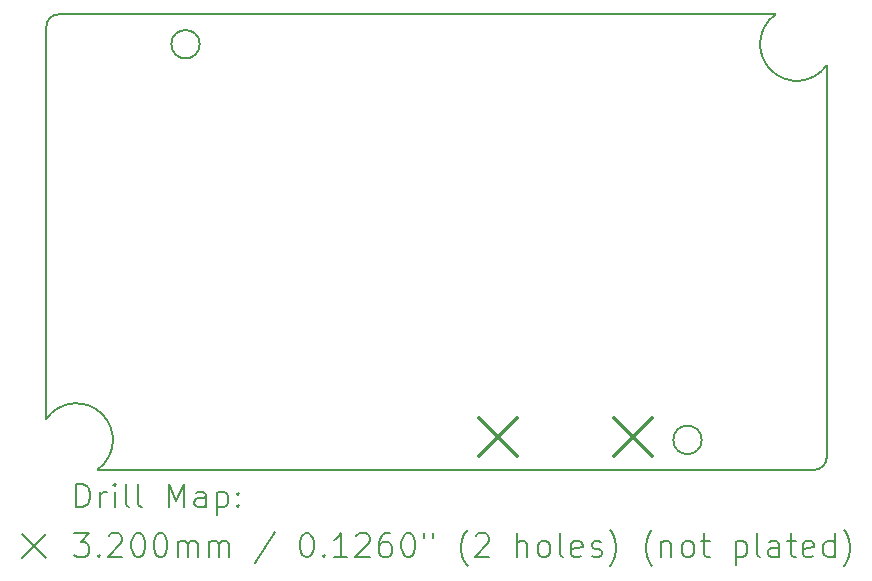
<source format=gbr>
%TF.GenerationSoftware,KiCad,Pcbnew,7.99.0-1900-g89780d353a*%
%TF.CreationDate,2023-08-02T11:36:21+03:00*%
%TF.ProjectId,RP2040_minimal,52503230-3430-45f6-9d69-6e696d616c2e,REV1*%
%TF.SameCoordinates,Original*%
%TF.FileFunction,Drillmap*%
%TF.FilePolarity,Positive*%
%FSLAX45Y45*%
G04 Gerber Fmt 4.5, Leading zero omitted, Abs format (unit mm)*
G04 Created by KiCad (PCBNEW 7.99.0-1900-g89780d353a) date 2023-08-02 11:36:21*
%MOMM*%
%LPD*%
G01*
G04 APERTURE LIST*
%ADD10C,0.150000*%
%ADD11C,0.200000*%
%ADD12C,0.320000*%
G04 APERTURE END LIST*
D10*
X19894050Y-11068750D02*
G75*
G03*
X19994050Y-10968749I0J100000D01*
G01*
X19994050Y-7646390D02*
X19994050Y-10968749D01*
X14686673Y-7466373D02*
G75*
G03*
X14686673Y-7466373I-120000J0D01*
G01*
X18936674Y-10816373D02*
G75*
G03*
X18936674Y-10816373I-120000J0D01*
G01*
X19561659Y-7214001D02*
G75*
G03*
X19994050Y-7646390I180011J-252379D01*
G01*
X13489297Y-7213997D02*
X19561656Y-7213997D01*
X13821694Y-11068753D02*
G75*
G03*
X13389297Y-10636355I-180024J252373D01*
G01*
X19894050Y-11068749D02*
X13821691Y-11068749D01*
X13489297Y-7213997D02*
G75*
G03*
X13389297Y-7313997I3J-100003D01*
G01*
X13389297Y-10636355D02*
X13389297Y-7313997D01*
D11*
D12*
X17051350Y-10632240D02*
X17371350Y-10952240D01*
X17371350Y-10632240D02*
X17051350Y-10952240D01*
X18194350Y-10632240D02*
X18514350Y-10952240D01*
X18514350Y-10632240D02*
X18194350Y-10952240D01*
D11*
X13642574Y-11387733D02*
X13642574Y-11187733D01*
X13642574Y-11187733D02*
X13690193Y-11187733D01*
X13690193Y-11187733D02*
X13718765Y-11197257D01*
X13718765Y-11197257D02*
X13737812Y-11216305D01*
X13737812Y-11216305D02*
X13747336Y-11235352D01*
X13747336Y-11235352D02*
X13756860Y-11273448D01*
X13756860Y-11273448D02*
X13756860Y-11302019D01*
X13756860Y-11302019D02*
X13747336Y-11340114D01*
X13747336Y-11340114D02*
X13737812Y-11359162D01*
X13737812Y-11359162D02*
X13718765Y-11378210D01*
X13718765Y-11378210D02*
X13690193Y-11387733D01*
X13690193Y-11387733D02*
X13642574Y-11387733D01*
X13842574Y-11387733D02*
X13842574Y-11254400D01*
X13842574Y-11292495D02*
X13852098Y-11273448D01*
X13852098Y-11273448D02*
X13861622Y-11263924D01*
X13861622Y-11263924D02*
X13880669Y-11254400D01*
X13880669Y-11254400D02*
X13899717Y-11254400D01*
X13966384Y-11387733D02*
X13966384Y-11254400D01*
X13966384Y-11187733D02*
X13956860Y-11197257D01*
X13956860Y-11197257D02*
X13966384Y-11206781D01*
X13966384Y-11206781D02*
X13975908Y-11197257D01*
X13975908Y-11197257D02*
X13966384Y-11187733D01*
X13966384Y-11187733D02*
X13966384Y-11206781D01*
X14090193Y-11387733D02*
X14071146Y-11378210D01*
X14071146Y-11378210D02*
X14061622Y-11359162D01*
X14061622Y-11359162D02*
X14061622Y-11187733D01*
X14194955Y-11387733D02*
X14175908Y-11378210D01*
X14175908Y-11378210D02*
X14166384Y-11359162D01*
X14166384Y-11359162D02*
X14166384Y-11187733D01*
X14423527Y-11387733D02*
X14423527Y-11187733D01*
X14423527Y-11187733D02*
X14490193Y-11330590D01*
X14490193Y-11330590D02*
X14556860Y-11187733D01*
X14556860Y-11187733D02*
X14556860Y-11387733D01*
X14737812Y-11387733D02*
X14737812Y-11282971D01*
X14737812Y-11282971D02*
X14728289Y-11263924D01*
X14728289Y-11263924D02*
X14709241Y-11254400D01*
X14709241Y-11254400D02*
X14671146Y-11254400D01*
X14671146Y-11254400D02*
X14652098Y-11263924D01*
X14737812Y-11378210D02*
X14718765Y-11387733D01*
X14718765Y-11387733D02*
X14671146Y-11387733D01*
X14671146Y-11387733D02*
X14652098Y-11378210D01*
X14652098Y-11378210D02*
X14642574Y-11359162D01*
X14642574Y-11359162D02*
X14642574Y-11340114D01*
X14642574Y-11340114D02*
X14652098Y-11321067D01*
X14652098Y-11321067D02*
X14671146Y-11311543D01*
X14671146Y-11311543D02*
X14718765Y-11311543D01*
X14718765Y-11311543D02*
X14737812Y-11302019D01*
X14833050Y-11254400D02*
X14833050Y-11454400D01*
X14833050Y-11263924D02*
X14852098Y-11254400D01*
X14852098Y-11254400D02*
X14890193Y-11254400D01*
X14890193Y-11254400D02*
X14909241Y-11263924D01*
X14909241Y-11263924D02*
X14918765Y-11273448D01*
X14918765Y-11273448D02*
X14928289Y-11292495D01*
X14928289Y-11292495D02*
X14928289Y-11349638D01*
X14928289Y-11349638D02*
X14918765Y-11368686D01*
X14918765Y-11368686D02*
X14909241Y-11378210D01*
X14909241Y-11378210D02*
X14890193Y-11387733D01*
X14890193Y-11387733D02*
X14852098Y-11387733D01*
X14852098Y-11387733D02*
X14833050Y-11378210D01*
X15014003Y-11368686D02*
X15023527Y-11378210D01*
X15023527Y-11378210D02*
X15014003Y-11387733D01*
X15014003Y-11387733D02*
X15004479Y-11378210D01*
X15004479Y-11378210D02*
X15014003Y-11368686D01*
X15014003Y-11368686D02*
X15014003Y-11387733D01*
X15014003Y-11263924D02*
X15023527Y-11273448D01*
X15023527Y-11273448D02*
X15014003Y-11282971D01*
X15014003Y-11282971D02*
X15004479Y-11273448D01*
X15004479Y-11273448D02*
X15014003Y-11263924D01*
X15014003Y-11263924D02*
X15014003Y-11282971D01*
X13181797Y-11616250D02*
X13381797Y-11816250D01*
X13381797Y-11616250D02*
X13181797Y-11816250D01*
X13623527Y-11607733D02*
X13747336Y-11607733D01*
X13747336Y-11607733D02*
X13680669Y-11683924D01*
X13680669Y-11683924D02*
X13709241Y-11683924D01*
X13709241Y-11683924D02*
X13728289Y-11693448D01*
X13728289Y-11693448D02*
X13737812Y-11702971D01*
X13737812Y-11702971D02*
X13747336Y-11722019D01*
X13747336Y-11722019D02*
X13747336Y-11769638D01*
X13747336Y-11769638D02*
X13737812Y-11788686D01*
X13737812Y-11788686D02*
X13728289Y-11798210D01*
X13728289Y-11798210D02*
X13709241Y-11807733D01*
X13709241Y-11807733D02*
X13652098Y-11807733D01*
X13652098Y-11807733D02*
X13633050Y-11798210D01*
X13633050Y-11798210D02*
X13623527Y-11788686D01*
X13833050Y-11788686D02*
X13842574Y-11798210D01*
X13842574Y-11798210D02*
X13833050Y-11807733D01*
X13833050Y-11807733D02*
X13823527Y-11798210D01*
X13823527Y-11798210D02*
X13833050Y-11788686D01*
X13833050Y-11788686D02*
X13833050Y-11807733D01*
X13918765Y-11626781D02*
X13928289Y-11617257D01*
X13928289Y-11617257D02*
X13947336Y-11607733D01*
X13947336Y-11607733D02*
X13994955Y-11607733D01*
X13994955Y-11607733D02*
X14014003Y-11617257D01*
X14014003Y-11617257D02*
X14023527Y-11626781D01*
X14023527Y-11626781D02*
X14033050Y-11645829D01*
X14033050Y-11645829D02*
X14033050Y-11664876D01*
X14033050Y-11664876D02*
X14023527Y-11693448D01*
X14023527Y-11693448D02*
X13909241Y-11807733D01*
X13909241Y-11807733D02*
X14033050Y-11807733D01*
X14156860Y-11607733D02*
X14175908Y-11607733D01*
X14175908Y-11607733D02*
X14194955Y-11617257D01*
X14194955Y-11617257D02*
X14204479Y-11626781D01*
X14204479Y-11626781D02*
X14214003Y-11645829D01*
X14214003Y-11645829D02*
X14223527Y-11683924D01*
X14223527Y-11683924D02*
X14223527Y-11731543D01*
X14223527Y-11731543D02*
X14214003Y-11769638D01*
X14214003Y-11769638D02*
X14204479Y-11788686D01*
X14204479Y-11788686D02*
X14194955Y-11798210D01*
X14194955Y-11798210D02*
X14175908Y-11807733D01*
X14175908Y-11807733D02*
X14156860Y-11807733D01*
X14156860Y-11807733D02*
X14137812Y-11798210D01*
X14137812Y-11798210D02*
X14128289Y-11788686D01*
X14128289Y-11788686D02*
X14118765Y-11769638D01*
X14118765Y-11769638D02*
X14109241Y-11731543D01*
X14109241Y-11731543D02*
X14109241Y-11683924D01*
X14109241Y-11683924D02*
X14118765Y-11645829D01*
X14118765Y-11645829D02*
X14128289Y-11626781D01*
X14128289Y-11626781D02*
X14137812Y-11617257D01*
X14137812Y-11617257D02*
X14156860Y-11607733D01*
X14347336Y-11607733D02*
X14366384Y-11607733D01*
X14366384Y-11607733D02*
X14385431Y-11617257D01*
X14385431Y-11617257D02*
X14394955Y-11626781D01*
X14394955Y-11626781D02*
X14404479Y-11645829D01*
X14404479Y-11645829D02*
X14414003Y-11683924D01*
X14414003Y-11683924D02*
X14414003Y-11731543D01*
X14414003Y-11731543D02*
X14404479Y-11769638D01*
X14404479Y-11769638D02*
X14394955Y-11788686D01*
X14394955Y-11788686D02*
X14385431Y-11798210D01*
X14385431Y-11798210D02*
X14366384Y-11807733D01*
X14366384Y-11807733D02*
X14347336Y-11807733D01*
X14347336Y-11807733D02*
X14328289Y-11798210D01*
X14328289Y-11798210D02*
X14318765Y-11788686D01*
X14318765Y-11788686D02*
X14309241Y-11769638D01*
X14309241Y-11769638D02*
X14299717Y-11731543D01*
X14299717Y-11731543D02*
X14299717Y-11683924D01*
X14299717Y-11683924D02*
X14309241Y-11645829D01*
X14309241Y-11645829D02*
X14318765Y-11626781D01*
X14318765Y-11626781D02*
X14328289Y-11617257D01*
X14328289Y-11617257D02*
X14347336Y-11607733D01*
X14499717Y-11807733D02*
X14499717Y-11674400D01*
X14499717Y-11693448D02*
X14509241Y-11683924D01*
X14509241Y-11683924D02*
X14528289Y-11674400D01*
X14528289Y-11674400D02*
X14556860Y-11674400D01*
X14556860Y-11674400D02*
X14575908Y-11683924D01*
X14575908Y-11683924D02*
X14585431Y-11702971D01*
X14585431Y-11702971D02*
X14585431Y-11807733D01*
X14585431Y-11702971D02*
X14594955Y-11683924D01*
X14594955Y-11683924D02*
X14614003Y-11674400D01*
X14614003Y-11674400D02*
X14642574Y-11674400D01*
X14642574Y-11674400D02*
X14661622Y-11683924D01*
X14661622Y-11683924D02*
X14671146Y-11702971D01*
X14671146Y-11702971D02*
X14671146Y-11807733D01*
X14766384Y-11807733D02*
X14766384Y-11674400D01*
X14766384Y-11693448D02*
X14775908Y-11683924D01*
X14775908Y-11683924D02*
X14794955Y-11674400D01*
X14794955Y-11674400D02*
X14823527Y-11674400D01*
X14823527Y-11674400D02*
X14842574Y-11683924D01*
X14842574Y-11683924D02*
X14852098Y-11702971D01*
X14852098Y-11702971D02*
X14852098Y-11807733D01*
X14852098Y-11702971D02*
X14861622Y-11683924D01*
X14861622Y-11683924D02*
X14880670Y-11674400D01*
X14880670Y-11674400D02*
X14909241Y-11674400D01*
X14909241Y-11674400D02*
X14928289Y-11683924D01*
X14928289Y-11683924D02*
X14937812Y-11702971D01*
X14937812Y-11702971D02*
X14937812Y-11807733D01*
X15328289Y-11598210D02*
X15156860Y-11855352D01*
X15585432Y-11607733D02*
X15604479Y-11607733D01*
X15604479Y-11607733D02*
X15623527Y-11617257D01*
X15623527Y-11617257D02*
X15633051Y-11626781D01*
X15633051Y-11626781D02*
X15642574Y-11645829D01*
X15642574Y-11645829D02*
X15652098Y-11683924D01*
X15652098Y-11683924D02*
X15652098Y-11731543D01*
X15652098Y-11731543D02*
X15642574Y-11769638D01*
X15642574Y-11769638D02*
X15633051Y-11788686D01*
X15633051Y-11788686D02*
X15623527Y-11798210D01*
X15623527Y-11798210D02*
X15604479Y-11807733D01*
X15604479Y-11807733D02*
X15585432Y-11807733D01*
X15585432Y-11807733D02*
X15566384Y-11798210D01*
X15566384Y-11798210D02*
X15556860Y-11788686D01*
X15556860Y-11788686D02*
X15547336Y-11769638D01*
X15547336Y-11769638D02*
X15537813Y-11731543D01*
X15537813Y-11731543D02*
X15537813Y-11683924D01*
X15537813Y-11683924D02*
X15547336Y-11645829D01*
X15547336Y-11645829D02*
X15556860Y-11626781D01*
X15556860Y-11626781D02*
X15566384Y-11617257D01*
X15566384Y-11617257D02*
X15585432Y-11607733D01*
X15737813Y-11788686D02*
X15747336Y-11798210D01*
X15747336Y-11798210D02*
X15737813Y-11807733D01*
X15737813Y-11807733D02*
X15728289Y-11798210D01*
X15728289Y-11798210D02*
X15737813Y-11788686D01*
X15737813Y-11788686D02*
X15737813Y-11807733D01*
X15937813Y-11807733D02*
X15823527Y-11807733D01*
X15880670Y-11807733D02*
X15880670Y-11607733D01*
X15880670Y-11607733D02*
X15861622Y-11636305D01*
X15861622Y-11636305D02*
X15842574Y-11655352D01*
X15842574Y-11655352D02*
X15823527Y-11664876D01*
X16014003Y-11626781D02*
X16023527Y-11617257D01*
X16023527Y-11617257D02*
X16042574Y-11607733D01*
X16042574Y-11607733D02*
X16090194Y-11607733D01*
X16090194Y-11607733D02*
X16109241Y-11617257D01*
X16109241Y-11617257D02*
X16118765Y-11626781D01*
X16118765Y-11626781D02*
X16128289Y-11645829D01*
X16128289Y-11645829D02*
X16128289Y-11664876D01*
X16128289Y-11664876D02*
X16118765Y-11693448D01*
X16118765Y-11693448D02*
X16004479Y-11807733D01*
X16004479Y-11807733D02*
X16128289Y-11807733D01*
X16299717Y-11607733D02*
X16261622Y-11607733D01*
X16261622Y-11607733D02*
X16242574Y-11617257D01*
X16242574Y-11617257D02*
X16233051Y-11626781D01*
X16233051Y-11626781D02*
X16214003Y-11655352D01*
X16214003Y-11655352D02*
X16204479Y-11693448D01*
X16204479Y-11693448D02*
X16204479Y-11769638D01*
X16204479Y-11769638D02*
X16214003Y-11788686D01*
X16214003Y-11788686D02*
X16223527Y-11798210D01*
X16223527Y-11798210D02*
X16242574Y-11807733D01*
X16242574Y-11807733D02*
X16280670Y-11807733D01*
X16280670Y-11807733D02*
X16299717Y-11798210D01*
X16299717Y-11798210D02*
X16309241Y-11788686D01*
X16309241Y-11788686D02*
X16318765Y-11769638D01*
X16318765Y-11769638D02*
X16318765Y-11722019D01*
X16318765Y-11722019D02*
X16309241Y-11702971D01*
X16309241Y-11702971D02*
X16299717Y-11693448D01*
X16299717Y-11693448D02*
X16280670Y-11683924D01*
X16280670Y-11683924D02*
X16242574Y-11683924D01*
X16242574Y-11683924D02*
X16223527Y-11693448D01*
X16223527Y-11693448D02*
X16214003Y-11702971D01*
X16214003Y-11702971D02*
X16204479Y-11722019D01*
X16442574Y-11607733D02*
X16461622Y-11607733D01*
X16461622Y-11607733D02*
X16480670Y-11617257D01*
X16480670Y-11617257D02*
X16490194Y-11626781D01*
X16490194Y-11626781D02*
X16499717Y-11645829D01*
X16499717Y-11645829D02*
X16509241Y-11683924D01*
X16509241Y-11683924D02*
X16509241Y-11731543D01*
X16509241Y-11731543D02*
X16499717Y-11769638D01*
X16499717Y-11769638D02*
X16490194Y-11788686D01*
X16490194Y-11788686D02*
X16480670Y-11798210D01*
X16480670Y-11798210D02*
X16461622Y-11807733D01*
X16461622Y-11807733D02*
X16442574Y-11807733D01*
X16442574Y-11807733D02*
X16423527Y-11798210D01*
X16423527Y-11798210D02*
X16414003Y-11788686D01*
X16414003Y-11788686D02*
X16404479Y-11769638D01*
X16404479Y-11769638D02*
X16394955Y-11731543D01*
X16394955Y-11731543D02*
X16394955Y-11683924D01*
X16394955Y-11683924D02*
X16404479Y-11645829D01*
X16404479Y-11645829D02*
X16414003Y-11626781D01*
X16414003Y-11626781D02*
X16423527Y-11617257D01*
X16423527Y-11617257D02*
X16442574Y-11607733D01*
X16585432Y-11607733D02*
X16585432Y-11645829D01*
X16661622Y-11607733D02*
X16661622Y-11645829D01*
X16956860Y-11883924D02*
X16947337Y-11874400D01*
X16947337Y-11874400D02*
X16928289Y-11845829D01*
X16928289Y-11845829D02*
X16918765Y-11826781D01*
X16918765Y-11826781D02*
X16909241Y-11798210D01*
X16909241Y-11798210D02*
X16899718Y-11750590D01*
X16899718Y-11750590D02*
X16899718Y-11712495D01*
X16899718Y-11712495D02*
X16909241Y-11664876D01*
X16909241Y-11664876D02*
X16918765Y-11636305D01*
X16918765Y-11636305D02*
X16928289Y-11617257D01*
X16928289Y-11617257D02*
X16947337Y-11588686D01*
X16947337Y-11588686D02*
X16956860Y-11579162D01*
X17023527Y-11626781D02*
X17033051Y-11617257D01*
X17033051Y-11617257D02*
X17052098Y-11607733D01*
X17052098Y-11607733D02*
X17099718Y-11607733D01*
X17099718Y-11607733D02*
X17118765Y-11617257D01*
X17118765Y-11617257D02*
X17128289Y-11626781D01*
X17128289Y-11626781D02*
X17137813Y-11645829D01*
X17137813Y-11645829D02*
X17137813Y-11664876D01*
X17137813Y-11664876D02*
X17128289Y-11693448D01*
X17128289Y-11693448D02*
X17014003Y-11807733D01*
X17014003Y-11807733D02*
X17137813Y-11807733D01*
X17375908Y-11807733D02*
X17375908Y-11607733D01*
X17461622Y-11807733D02*
X17461622Y-11702971D01*
X17461622Y-11702971D02*
X17452099Y-11683924D01*
X17452099Y-11683924D02*
X17433051Y-11674400D01*
X17433051Y-11674400D02*
X17404479Y-11674400D01*
X17404479Y-11674400D02*
X17385432Y-11683924D01*
X17385432Y-11683924D02*
X17375908Y-11693448D01*
X17585432Y-11807733D02*
X17566384Y-11798210D01*
X17566384Y-11798210D02*
X17556860Y-11788686D01*
X17556860Y-11788686D02*
X17547337Y-11769638D01*
X17547337Y-11769638D02*
X17547337Y-11712495D01*
X17547337Y-11712495D02*
X17556860Y-11693448D01*
X17556860Y-11693448D02*
X17566384Y-11683924D01*
X17566384Y-11683924D02*
X17585432Y-11674400D01*
X17585432Y-11674400D02*
X17614003Y-11674400D01*
X17614003Y-11674400D02*
X17633051Y-11683924D01*
X17633051Y-11683924D02*
X17642575Y-11693448D01*
X17642575Y-11693448D02*
X17652099Y-11712495D01*
X17652099Y-11712495D02*
X17652099Y-11769638D01*
X17652099Y-11769638D02*
X17642575Y-11788686D01*
X17642575Y-11788686D02*
X17633051Y-11798210D01*
X17633051Y-11798210D02*
X17614003Y-11807733D01*
X17614003Y-11807733D02*
X17585432Y-11807733D01*
X17766384Y-11807733D02*
X17747337Y-11798210D01*
X17747337Y-11798210D02*
X17737813Y-11779162D01*
X17737813Y-11779162D02*
X17737813Y-11607733D01*
X17918765Y-11798210D02*
X17899718Y-11807733D01*
X17899718Y-11807733D02*
X17861622Y-11807733D01*
X17861622Y-11807733D02*
X17842575Y-11798210D01*
X17842575Y-11798210D02*
X17833051Y-11779162D01*
X17833051Y-11779162D02*
X17833051Y-11702971D01*
X17833051Y-11702971D02*
X17842575Y-11683924D01*
X17842575Y-11683924D02*
X17861622Y-11674400D01*
X17861622Y-11674400D02*
X17899718Y-11674400D01*
X17899718Y-11674400D02*
X17918765Y-11683924D01*
X17918765Y-11683924D02*
X17928289Y-11702971D01*
X17928289Y-11702971D02*
X17928289Y-11722019D01*
X17928289Y-11722019D02*
X17833051Y-11741067D01*
X18004480Y-11798210D02*
X18023527Y-11807733D01*
X18023527Y-11807733D02*
X18061622Y-11807733D01*
X18061622Y-11807733D02*
X18080670Y-11798210D01*
X18080670Y-11798210D02*
X18090194Y-11779162D01*
X18090194Y-11779162D02*
X18090194Y-11769638D01*
X18090194Y-11769638D02*
X18080670Y-11750590D01*
X18080670Y-11750590D02*
X18061622Y-11741067D01*
X18061622Y-11741067D02*
X18033051Y-11741067D01*
X18033051Y-11741067D02*
X18014003Y-11731543D01*
X18014003Y-11731543D02*
X18004480Y-11712495D01*
X18004480Y-11712495D02*
X18004480Y-11702971D01*
X18004480Y-11702971D02*
X18014003Y-11683924D01*
X18014003Y-11683924D02*
X18033051Y-11674400D01*
X18033051Y-11674400D02*
X18061622Y-11674400D01*
X18061622Y-11674400D02*
X18080670Y-11683924D01*
X18156861Y-11883924D02*
X18166384Y-11874400D01*
X18166384Y-11874400D02*
X18185432Y-11845829D01*
X18185432Y-11845829D02*
X18194956Y-11826781D01*
X18194956Y-11826781D02*
X18204480Y-11798210D01*
X18204480Y-11798210D02*
X18214003Y-11750590D01*
X18214003Y-11750590D02*
X18214003Y-11712495D01*
X18214003Y-11712495D02*
X18204480Y-11664876D01*
X18204480Y-11664876D02*
X18194956Y-11636305D01*
X18194956Y-11636305D02*
X18185432Y-11617257D01*
X18185432Y-11617257D02*
X18166384Y-11588686D01*
X18166384Y-11588686D02*
X18156861Y-11579162D01*
X18518765Y-11883924D02*
X18509241Y-11874400D01*
X18509241Y-11874400D02*
X18490194Y-11845829D01*
X18490194Y-11845829D02*
X18480670Y-11826781D01*
X18480670Y-11826781D02*
X18471146Y-11798210D01*
X18471146Y-11798210D02*
X18461622Y-11750590D01*
X18461622Y-11750590D02*
X18461622Y-11712495D01*
X18461622Y-11712495D02*
X18471146Y-11664876D01*
X18471146Y-11664876D02*
X18480670Y-11636305D01*
X18480670Y-11636305D02*
X18490194Y-11617257D01*
X18490194Y-11617257D02*
X18509241Y-11588686D01*
X18509241Y-11588686D02*
X18518765Y-11579162D01*
X18594956Y-11674400D02*
X18594956Y-11807733D01*
X18594956Y-11693448D02*
X18604480Y-11683924D01*
X18604480Y-11683924D02*
X18623527Y-11674400D01*
X18623527Y-11674400D02*
X18652099Y-11674400D01*
X18652099Y-11674400D02*
X18671146Y-11683924D01*
X18671146Y-11683924D02*
X18680670Y-11702971D01*
X18680670Y-11702971D02*
X18680670Y-11807733D01*
X18804480Y-11807733D02*
X18785432Y-11798210D01*
X18785432Y-11798210D02*
X18775908Y-11788686D01*
X18775908Y-11788686D02*
X18766384Y-11769638D01*
X18766384Y-11769638D02*
X18766384Y-11712495D01*
X18766384Y-11712495D02*
X18775908Y-11693448D01*
X18775908Y-11693448D02*
X18785432Y-11683924D01*
X18785432Y-11683924D02*
X18804480Y-11674400D01*
X18804480Y-11674400D02*
X18833051Y-11674400D01*
X18833051Y-11674400D02*
X18852099Y-11683924D01*
X18852099Y-11683924D02*
X18861622Y-11693448D01*
X18861622Y-11693448D02*
X18871146Y-11712495D01*
X18871146Y-11712495D02*
X18871146Y-11769638D01*
X18871146Y-11769638D02*
X18861622Y-11788686D01*
X18861622Y-11788686D02*
X18852099Y-11798210D01*
X18852099Y-11798210D02*
X18833051Y-11807733D01*
X18833051Y-11807733D02*
X18804480Y-11807733D01*
X18928289Y-11674400D02*
X19004480Y-11674400D01*
X18956861Y-11607733D02*
X18956861Y-11779162D01*
X18956861Y-11779162D02*
X18966384Y-11798210D01*
X18966384Y-11798210D02*
X18985432Y-11807733D01*
X18985432Y-11807733D02*
X19004480Y-11807733D01*
X19223527Y-11674400D02*
X19223527Y-11874400D01*
X19223527Y-11683924D02*
X19242575Y-11674400D01*
X19242575Y-11674400D02*
X19280670Y-11674400D01*
X19280670Y-11674400D02*
X19299718Y-11683924D01*
X19299718Y-11683924D02*
X19309242Y-11693448D01*
X19309242Y-11693448D02*
X19318765Y-11712495D01*
X19318765Y-11712495D02*
X19318765Y-11769638D01*
X19318765Y-11769638D02*
X19309242Y-11788686D01*
X19309242Y-11788686D02*
X19299718Y-11798210D01*
X19299718Y-11798210D02*
X19280670Y-11807733D01*
X19280670Y-11807733D02*
X19242575Y-11807733D01*
X19242575Y-11807733D02*
X19223527Y-11798210D01*
X19433051Y-11807733D02*
X19414003Y-11798210D01*
X19414003Y-11798210D02*
X19404480Y-11779162D01*
X19404480Y-11779162D02*
X19404480Y-11607733D01*
X19594956Y-11807733D02*
X19594956Y-11702971D01*
X19594956Y-11702971D02*
X19585432Y-11683924D01*
X19585432Y-11683924D02*
X19566384Y-11674400D01*
X19566384Y-11674400D02*
X19528289Y-11674400D01*
X19528289Y-11674400D02*
X19509242Y-11683924D01*
X19594956Y-11798210D02*
X19575908Y-11807733D01*
X19575908Y-11807733D02*
X19528289Y-11807733D01*
X19528289Y-11807733D02*
X19509242Y-11798210D01*
X19509242Y-11798210D02*
X19499718Y-11779162D01*
X19499718Y-11779162D02*
X19499718Y-11760114D01*
X19499718Y-11760114D02*
X19509242Y-11741067D01*
X19509242Y-11741067D02*
X19528289Y-11731543D01*
X19528289Y-11731543D02*
X19575908Y-11731543D01*
X19575908Y-11731543D02*
X19594956Y-11722019D01*
X19661623Y-11674400D02*
X19737813Y-11674400D01*
X19690194Y-11607733D02*
X19690194Y-11779162D01*
X19690194Y-11779162D02*
X19699718Y-11798210D01*
X19699718Y-11798210D02*
X19718765Y-11807733D01*
X19718765Y-11807733D02*
X19737813Y-11807733D01*
X19880670Y-11798210D02*
X19861623Y-11807733D01*
X19861623Y-11807733D02*
X19823527Y-11807733D01*
X19823527Y-11807733D02*
X19804480Y-11798210D01*
X19804480Y-11798210D02*
X19794956Y-11779162D01*
X19794956Y-11779162D02*
X19794956Y-11702971D01*
X19794956Y-11702971D02*
X19804480Y-11683924D01*
X19804480Y-11683924D02*
X19823527Y-11674400D01*
X19823527Y-11674400D02*
X19861623Y-11674400D01*
X19861623Y-11674400D02*
X19880670Y-11683924D01*
X19880670Y-11683924D02*
X19890194Y-11702971D01*
X19890194Y-11702971D02*
X19890194Y-11722019D01*
X19890194Y-11722019D02*
X19794956Y-11741067D01*
X20061623Y-11807733D02*
X20061623Y-11607733D01*
X20061623Y-11798210D02*
X20042575Y-11807733D01*
X20042575Y-11807733D02*
X20004480Y-11807733D01*
X20004480Y-11807733D02*
X19985432Y-11798210D01*
X19985432Y-11798210D02*
X19975908Y-11788686D01*
X19975908Y-11788686D02*
X19966384Y-11769638D01*
X19966384Y-11769638D02*
X19966384Y-11712495D01*
X19966384Y-11712495D02*
X19975908Y-11693448D01*
X19975908Y-11693448D02*
X19985432Y-11683924D01*
X19985432Y-11683924D02*
X20004480Y-11674400D01*
X20004480Y-11674400D02*
X20042575Y-11674400D01*
X20042575Y-11674400D02*
X20061623Y-11683924D01*
X20137813Y-11883924D02*
X20147337Y-11874400D01*
X20147337Y-11874400D02*
X20166384Y-11845829D01*
X20166384Y-11845829D02*
X20175908Y-11826781D01*
X20175908Y-11826781D02*
X20185432Y-11798210D01*
X20185432Y-11798210D02*
X20194956Y-11750590D01*
X20194956Y-11750590D02*
X20194956Y-11712495D01*
X20194956Y-11712495D02*
X20185432Y-11664876D01*
X20185432Y-11664876D02*
X20175908Y-11636305D01*
X20175908Y-11636305D02*
X20166384Y-11617257D01*
X20166384Y-11617257D02*
X20147337Y-11588686D01*
X20147337Y-11588686D02*
X20137813Y-11579162D01*
M02*

</source>
